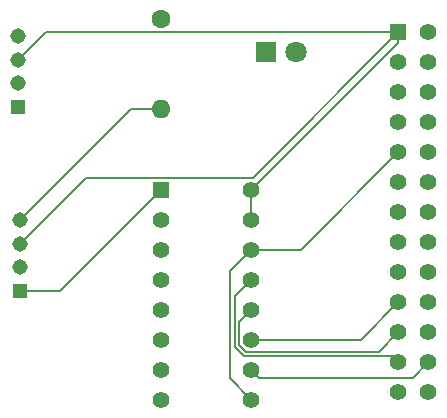
<source format=gbr>
%TF.GenerationSoftware,KiCad,Pcbnew,9.0.0*%
%TF.CreationDate,2025-03-26T20:17:18-07:00*%
%TF.ProjectId,lab07,6c616230-372e-46b6-9963-61645f706362,rev?*%
%TF.SameCoordinates,Original*%
%TF.FileFunction,Copper,L2,Bot*%
%TF.FilePolarity,Positive*%
%FSLAX46Y46*%
G04 Gerber Fmt 4.6, Leading zero omitted, Abs format (unit mm)*
G04 Created by KiCad (PCBNEW 9.0.0) date 2025-03-26 20:17:18*
%MOMM*%
%LPD*%
G01*
G04 APERTURE LIST*
%TA.AperFunction,ComponentPad*%
%ADD10R,1.800000X1.800000*%
%TD*%
%TA.AperFunction,ComponentPad*%
%ADD11C,1.800000*%
%TD*%
%TA.AperFunction,ComponentPad*%
%ADD12C,1.600000*%
%TD*%
%TA.AperFunction,ComponentPad*%
%ADD13O,1.600000X1.600000*%
%TD*%
%TA.AperFunction,ComponentPad*%
%ADD14R,1.308000X1.308000*%
%TD*%
%TA.AperFunction,ComponentPad*%
%ADD15C,1.308000*%
%TD*%
%TA.AperFunction,ComponentPad*%
%ADD16R,1.400000X1.400000*%
%TD*%
%TA.AperFunction,ComponentPad*%
%ADD17C,1.400000*%
%TD*%
%TA.AperFunction,ComponentPad*%
%ADD18R,1.390000X1.390000*%
%TD*%
%TA.AperFunction,ComponentPad*%
%ADD19C,1.390000*%
%TD*%
%TA.AperFunction,Conductor*%
%ADD20C,0.200000*%
%TD*%
G04 APERTURE END LIST*
D10*
%TO.P,D1,1,K*%
%TO.N,Net-(D1-K)*%
X150368000Y-76962000D03*
D11*
%TO.P,D1,2,A*%
%TO.N,Net-(D1-A)*%
X152908000Y-76962000D03*
%TD*%
D12*
%TO.P,R1,1*%
%TO.N,Net-(D1-K)*%
X141478000Y-74168000D03*
D13*
%TO.P,R1,2*%
%TO.N,GND*%
X141478000Y-81788000D03*
%TD*%
D14*
%TO.P,J2,1,1*%
%TO.N,Net-(U1-CH1)*%
X129394000Y-81631500D03*
D15*
%TO.P,J2,2,2*%
%TO.N,unconnected-(J2-Pad2)*%
X129394000Y-79631500D03*
%TO.P,J2,3,3*%
%TO.N,+3V3*%
X129394000Y-77631500D03*
%TO.P,J2,4,4*%
%TO.N,GND*%
X129394000Y-75631500D03*
%TD*%
D14*
%TO.P,J1,1,1*%
%TO.N,Net-(U1-CH0)*%
X129540000Y-97218000D03*
D15*
%TO.P,J1,2,2*%
%TO.N,unconnected-(J1-Pad2)*%
X129540000Y-95218000D03*
%TO.P,J1,3,3*%
%TO.N,+3V3*%
X129540000Y-93218000D03*
%TO.P,J1,4,4*%
%TO.N,GND*%
X129540000Y-91218000D03*
%TD*%
D16*
%TO.P,U1,1,CH0*%
%TO.N,Net-(U1-CH0)*%
X141478000Y-88646000D03*
D17*
%TO.P,U1,2,CH1*%
%TO.N,Net-(U1-CH1)*%
X141478000Y-91186000D03*
%TO.P,U1,3,CH2*%
%TO.N,unconnected-(U1-CH2-Pad3)*%
X141478000Y-93726000D03*
%TO.P,U1,4,CH3*%
%TO.N,unconnected-(U1-CH3-Pad4)*%
X141478000Y-96266000D03*
%TO.P,U1,5,CH4*%
%TO.N,unconnected-(U1-CH4-Pad5)*%
X141478000Y-98806000D03*
%TO.P,U1,6,CH5*%
%TO.N,unconnected-(U1-CH5-Pad6)*%
X141478000Y-101346000D03*
%TO.P,U1,7,CH6*%
%TO.N,unconnected-(U1-CH6-Pad7)*%
X141478000Y-103886000D03*
%TO.P,U1,8,CH7*%
%TO.N,unconnected-(U1-CH7-Pad8)*%
X141478000Y-106426000D03*
%TO.P,U1,9,DGND*%
%TO.N,GND*%
X149098000Y-106426000D03*
%TO.P,U1,10,~{CS}/SHDN*%
%TO.N,Net-(U1-~{CS}{slash}SHDN)*%
X149098000Y-103886000D03*
%TO.P,U1,11,Din*%
%TO.N,Net-(U1-Din)*%
X149098000Y-101346000D03*
%TO.P,U1,12,Dout*%
%TO.N,Net-(U1-Dout)*%
X149098000Y-98806000D03*
%TO.P,U1,13,CLK*%
%TO.N,Net-(U1-CLK)*%
X149098000Y-96266000D03*
%TO.P,U1,14,AGND*%
%TO.N,GND*%
X149098000Y-93726000D03*
%TO.P,U1,15,Vref*%
%TO.N,+3V3*%
X149098000Y-91186000D03*
%TO.P,U1,16,Vdd*%
X149098000Y-88646000D03*
%TD*%
D18*
%TO.P,J3,01,01*%
%TO.N,+3V3*%
X161544000Y-75329500D03*
D19*
%TO.P,J3,02,02*%
%TO.N,unconnected-(J3-Pad02)*%
X164084000Y-75329500D03*
%TO.P,J3,03,03*%
%TO.N,unconnected-(J3-Pad03)*%
X161544000Y-77869500D03*
%TO.P,J3,04,04*%
%TO.N,unconnected-(J3-Pad04)*%
X164084000Y-77869500D03*
%TO.P,J3,05,05*%
%TO.N,unconnected-(J3-Pad05)*%
X161544000Y-80409500D03*
%TO.P,J3,06,06*%
%TO.N,unconnected-(J3-Pad06)*%
X164084000Y-80409500D03*
%TO.P,J3,07,07*%
%TO.N,unconnected-(J3-Pad07)*%
X161544000Y-82949500D03*
%TO.P,J3,08,08*%
%TO.N,unconnected-(J3-Pad08)*%
X164084000Y-82949500D03*
%TO.P,J3,09,09*%
%TO.N,GND*%
X161544000Y-85489500D03*
%TO.P,J3,10,10*%
%TO.N,unconnected-(J3-Pad10)*%
X164084000Y-85489500D03*
%TO.P,J3,11,11*%
%TO.N,Net-(D1-A)*%
X161544000Y-88029500D03*
%TO.P,J3,12,12*%
%TO.N,unconnected-(J3-Pad12)*%
X164084000Y-88029500D03*
%TO.P,J3,13,13*%
%TO.N,unconnected-(J3-Pad13)*%
X161544000Y-90569500D03*
%TO.P,J3,14,14*%
%TO.N,unconnected-(J3-Pad14)*%
X164084000Y-90569500D03*
%TO.P,J3,15,15*%
%TO.N,unconnected-(J3-Pad15)*%
X161544000Y-93109500D03*
%TO.P,J3,16,16*%
%TO.N,unconnected-(J3-Pad16)*%
X164084000Y-93109500D03*
%TO.P,J3,17,17*%
%TO.N,unconnected-(J3-Pad17)*%
X161544000Y-95649500D03*
%TO.P,J3,18,18*%
%TO.N,unconnected-(J3-Pad18)*%
X164084000Y-95649500D03*
%TO.P,J3,19,19*%
%TO.N,Net-(U1-Din)*%
X161544000Y-98189500D03*
%TO.P,J3,20,20*%
%TO.N,unconnected-(J3-Pad20)*%
X164084000Y-98189500D03*
%TO.P,J3,21,21*%
%TO.N,Net-(U1-Dout)*%
X161544000Y-100729500D03*
%TO.P,J3,22,22*%
%TO.N,unconnected-(J3-Pad22)*%
X164084000Y-100729500D03*
%TO.P,J3,23,23*%
%TO.N,Net-(U1-CLK)*%
X161544000Y-103269500D03*
%TO.P,J3,24,24*%
%TO.N,Net-(U1-~{CS}{slash}SHDN)*%
X164084000Y-103269500D03*
%TO.P,J3,25,25*%
%TO.N,unconnected-(J3-Pad25)*%
X161544000Y-105809500D03*
%TO.P,J3,26,26*%
%TO.N,unconnected-(J3-Pad26)*%
X164084000Y-105809500D03*
%TD*%
D20*
%TO.N,GND*%
X149098000Y-93726000D02*
X153307500Y-93726000D01*
X138970000Y-81788000D02*
X141478000Y-81788000D01*
X147295000Y-95529000D02*
X149098000Y-93726000D01*
X129540000Y-91218000D02*
X138970000Y-81788000D01*
X149098000Y-106426000D02*
X147295000Y-104623000D01*
X153307500Y-93726000D02*
X161544000Y-85489500D01*
X147295000Y-104623000D02*
X147295000Y-95529000D01*
%TO.N,Net-(U1-CH0)*%
X132906000Y-97218000D02*
X141478000Y-88646000D01*
X129540000Y-97218000D02*
X132906000Y-97218000D01*
%TO.N,+3V3*%
X129394000Y-77631500D02*
X131696000Y-75329500D01*
X161544000Y-76200000D02*
X149098000Y-88646000D01*
X149098000Y-91186000D02*
X149098000Y-88646000D01*
X131696000Y-75329500D02*
X161544000Y-75329500D01*
X161544000Y-75329500D02*
X161544000Y-76200000D01*
X129540000Y-93218000D02*
X135113000Y-87645000D01*
X149228500Y-87645000D02*
X161544000Y-75329500D01*
X135113000Y-87645000D02*
X149228500Y-87645000D01*
%TO.N,Net-(U1-Dout)*%
X148683372Y-102347000D02*
X159926500Y-102347000D01*
X148097000Y-101760628D02*
X148683372Y-102347000D01*
X149098000Y-98806000D02*
X148097000Y-99807000D01*
X148097000Y-99807000D02*
X148097000Y-101760628D01*
X159926500Y-102347000D02*
X161544000Y-100729500D01*
%TO.N,Net-(U1-Din)*%
X149098000Y-101346000D02*
X158387500Y-101346000D01*
X158387500Y-101346000D02*
X161544000Y-98189500D01*
%TO.N,Net-(U1-CLK)*%
X161022500Y-102748000D02*
X161544000Y-103269500D01*
X148517272Y-102748000D02*
X161022500Y-102748000D01*
X147696000Y-97668000D02*
X147696000Y-101926728D01*
X149098000Y-96266000D02*
X147696000Y-97668000D01*
X147696000Y-101926728D02*
X148517272Y-102748000D01*
%TO.N,Net-(U1-~{CS}{slash}SHDN)*%
X162767500Y-104586000D02*
X164084000Y-103269500D01*
X149798000Y-104586000D02*
X162767500Y-104586000D01*
X149098000Y-103886000D02*
X149798000Y-104586000D01*
%TD*%
M02*

</source>
